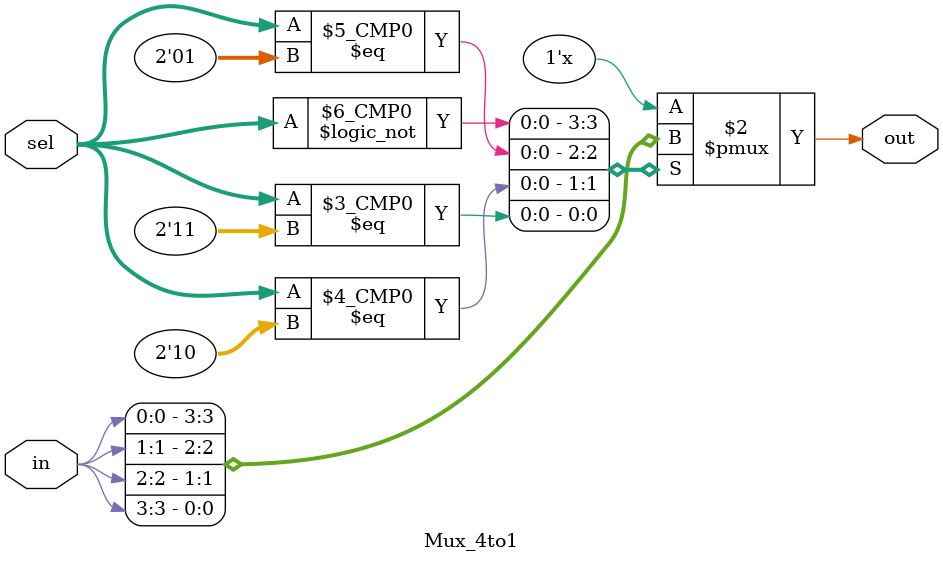
<source format=sv>
`timescale 1ns / 1ps


module Mux_4to1(
    input [3:0] in,
    input [1:0] sel,
    output logic out
    );
    
    always_comb begin
        case(sel)
            0: out = in[0];
            1: out = in[1];
            2: out = in[2];
            3: out = in[3];
        endcase
    end
    
endmodule

</source>
